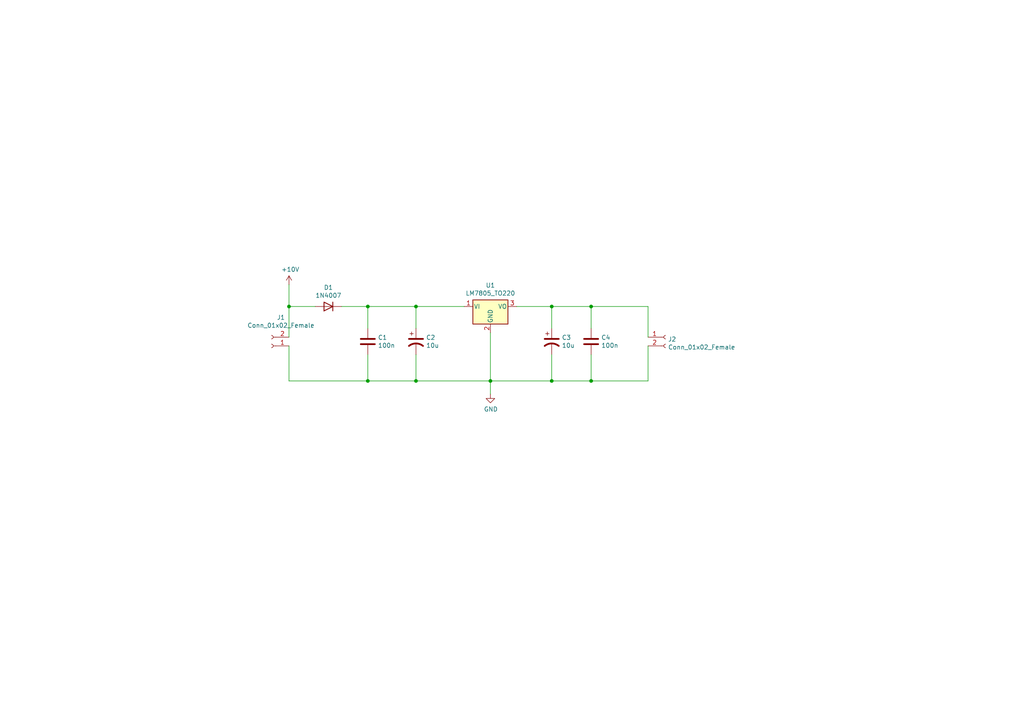
<source format=kicad_sch>
(kicad_sch (version 20211123) (generator eeschema)
  (paper "A4")
  (title_block (title "Alimentatore_7805_Prati") (date "2021-11-16") (company "Lucas Prati 4^A EN"))
  (lib_symbols
    (symbol "Alimentatore_7805_Prati-rescue:CP1-Device" (pin_numbers hide) (pin_names (offset 0.254) hide)
      (property "Reference" "C" (at 0.635 2.54 0))
      (property "Value" "CP1-Device" (at 0.635 -2.54 0))
      (symbol "CP1-Device_0_1"
        (polyline (pts (xy -2.032 0.762) (xy 2.032 0.762)) (stroke (width 0.508)))
        (polyline (pts (xy -1.778 2.286) (xy -0.762 2.286)))
        (polyline (pts (xy -1.27 1.778) (xy -1.27 2.794)))
        (arc (start 2.032 -1.27) (mid 0 -0.5572) (end -2.032 -1.27) (stroke (width 0.508)))
      )
      (symbol "CP1-Device_1_1"
        (pin passive line (at 0 3.81 270) (length 2.794) (name "~") (number "1"))
        (pin passive line (at 0 -3.81 90) (length 3.302) (name "~") (number "2"))
      )
    )
    (symbol "Connector:Conn_01x02_Female" (pin_names (offset 1.016) hide)
      (property "Reference" "J" (at 0 2.54 0))
      (property "Value" "Conn_01x02_Female" (at 0 -5.08 0))
      (symbol "Conn_01x02_Female_1_1"
        (arc (start 0 -2.032) (mid -0.508 -2.54) (end 0 -3.048) (stroke (width 0.1524)))
        (polyline (pts (xy -1.27 -2.54) (xy -0.508 -2.54)) (stroke (width 0.1524)))
        (polyline (pts (xy -1.27 0) (xy -0.508 0)) (stroke (width 0.1524)))
        (arc (start 0 0.508) (mid -0.508 0) (end 0 -0.508) (stroke (width 0.1524)))
        (pin passive line (at -5.08 0 0) (length 3.81) (name "Pin_1") (number "1"))
        (pin passive line (at -5.08 -2.54 0) (length 3.81) (name "Pin_2") (number "2"))
      )
    )
    (symbol "Device:C" (pin_numbers hide) (pin_names (offset 0.254))
      (property "Reference" "C" (at 0.635 2.54 0))
      (property "Value" "C" (at 0.635 -2.54 0))
      (symbol "C_0_1"
        (polyline (pts (xy -2.032 -0.762) (xy 2.032 -0.762)) (stroke (width 0.508)))
        (polyline (pts (xy -2.032 0.762) (xy 2.032 0.762)) (stroke (width 0.508)))
      )
      (symbol "C_1_1"
        (pin passive line (at 0 3.81 270) (length 2.794) (name "~") (number "1"))
        (pin passive line (at 0 -3.81 90) (length 2.794) (name "~") (number "2"))
      )
    )
    (symbol "Diode:1N4007" (pin_numbers hide) (pin_names hide)
      (property "Reference" "D" (at 0 2.54 0))
      (property "Value" "1N4007" (at 0 -2.54 0))
      (symbol "1N4007_0_1"
        (polyline (pts (xy -1.27 1.27) (xy -1.27 -1.27)) (stroke (width 0.254)))
        (polyline (pts (xy 1.27 0) (xy -1.27 0)))
        (polyline (pts (xy 1.27 1.27) (xy 1.27 -1.27) (xy -1.27 0) (xy 1.27 1.27)) (stroke (width 0.254)))
      )
      (symbol "1N4007_1_1"
        (pin passive line (at -3.81 0 0) (length 2.54) (name "K") (number "1"))
        (pin passive line (at 3.81 0 180) (length 2.54) (name "A") (number "2"))
      )
    )
    (symbol "Regulator_Linear:LM7805_TO220" (pin_names (offset 0.254))
      (property "Reference" "U" (at -3.81 3.175 0))
      (property "Value" "LM7805_TO220" (at 0 3.175 0))
      (symbol "LM7805_TO220_0_1"
        (rectangle (start -5.08 1.905) (end 5.08 -5.08) (stroke (width 0.254)) (fill (type background)))
      )
      (symbol "LM7805_TO220_1_1"
        (pin power_in line (at -7.62 0 0) (length 2.54) (name "VI") (number "1"))
        (pin power_in line (at 0 -7.62 90) (length 2.54) (name "GND") (number "2"))
        (pin power_out line (at 7.62 0 180) (length 2.54) (name "VO") (number "3"))
      )
    )
    (symbol "power:+10V" (power) (pin_names (offset 0))
      (property "Value" "+10V" (at 0 3.556 0))
      (symbol "+10V_0_1"
        (polyline (pts (xy -0.762 1.27) (xy 0 2.54)))
        (polyline (pts (xy 0 0) (xy 0 2.54)))
        (polyline (pts (xy 0 2.54) (xy 0.762 1.27)))
      )
      (symbol "+10V_1_1"
        (pin power_in line (at 0 0 90) (length 0) hide (name "+10V") (number "1"))
      )
    )
    (symbol "power:GND" (power) (pin_names (offset 0))
      (property "Value" "GND" (at 0 -3.81 0))
      (symbol "GND_0_1"
        (polyline (pts (xy 0 0) (xy 0 -1.27) (xy 1.27 -1.27) (xy 0 -2.54) (xy -1.27 -1.27) (xy 0 -1.27)))
      )
      (symbol "GND_1_1"
        (pin power_in line (at 0 0 270) (length 0) hide (name "GND") (number "1"))
      )
    )
  )
  (junction (at 106.68 110.49))
  (junction (at 106.68 88.9))
  (junction (at 160.02 88.9))
  (junction (at 160.02 110.49))
  (junction (at 142.24 110.49))
  (junction (at 171.45 88.9))
  (junction (at 120.65 88.9))
  (junction (at 171.45 110.49))
  (junction (at 83.82 88.9))
  (junction (at 120.65 110.49))
  (wire (pts (xy 83.82 110.49) (xy 106.68 110.49)))
  (wire (pts (xy 106.68 110.49) (xy 120.65 110.49)))
  (wire (pts (xy 171.45 110.49) (xy 171.45 102.87)))
  (wire (pts (xy 160.02 95.25) (xy 160.02 88.9)))
  (wire (pts (xy 171.45 88.9) (xy 187.96 88.9)))
  (wire (pts (xy 106.68 88.9) (xy 120.65 88.9)))
  (wire (pts (xy 99.06 88.9) (xy 106.68 88.9)))
  (wire (pts (xy 106.68 102.87) (xy 106.68 110.49)))
  (wire (pts (xy 171.45 88.9) (xy 171.45 95.25)))
  (wire (pts (xy 120.65 102.87) (xy 120.65 110.49)))
  (wire (pts (xy 160.02 102.87) (xy 160.02 110.49)))
  (wire (pts (xy 83.82 100.33) (xy 83.82 110.49)))
  (wire (pts (xy 83.82 88.9) (xy 83.82 97.79)))
  (wire (pts (xy 83.82 88.9) (xy 91.44 88.9)))
  (wire (pts (xy 187.96 100.33) (xy 187.96 110.49)))
  (wire (pts (xy 160.02 110.49) (xy 142.24 110.49)))
  (wire (pts (xy 187.96 88.9) (xy 187.96 97.79)))
  (wire (pts (xy 160.02 88.9) (xy 149.86 88.9)))
  (wire (pts (xy 120.65 88.9) (xy 120.65 95.25)))
  (wire (pts (xy 142.24 114.3) (xy 142.24 110.49)))
  (wire (pts (xy 83.82 82.55) (xy 83.82 88.9)))
  (wire (pts (xy 160.02 110.49) (xy 171.45 110.49)))
  (wire (pts (xy 142.24 96.52) (xy 142.24 110.49)))
  (wire (pts (xy 160.02 88.9) (xy 171.45 88.9)))
  (wire (pts (xy 106.68 88.9) (xy 106.68 95.25)))
  (wire (pts (xy 120.65 88.9) (xy 134.62 88.9)))
  (wire (pts (xy 142.24 110.49) (xy 120.65 110.49)))
  (wire (pts (xy 187.96 110.49) (xy 171.45 110.49)))
  (symbol (lib_id "Device:C") (at 106.68 99.06 0) (unit 1)
    (property "Reference" "C1" (at 109.601 97.8916 0) (effects (justify left)))
    (property "Value" "100n" (at 109.601 100.203 0) (effects (justify left)))
    (property "Footprint" "Capacitor_THT:C_Disc_D3.8mm_W2.6mm_P2.50mm" (effects hide))
  )
  (symbol (lib_id "Alimentatore_7805_Prati-rescue:CP1-Device") (at 120.65 99.06 0) (unit 1)
    (property "Reference" "C2" (at 123.571 97.8916 0) (effects (justify left)))
    (property "Value" "10u" (at 123.571 100.203 0) (effects (justify left)))
    (property "Footprint" "Capacitor_THT:C_Radial_D6.3mm_H5.0mm_P2.50mm" (effects hide))
  )
  (symbol (lib_id "Regulator_Linear:LM7805_TO220") (at 142.24 88.9 0) (unit 1)
    (property "Reference" "U1" (at 142.24 82.7532 0))
    (property "Value" "LM7805_TO220" (at 142.24 85.0646 0))
    (property "Footprint" "Package_TO_SOT_THT:TO-220-3_Vertical" (effects hide))
    (property "Datasheet" "https://www.onsemi.cn/PowerSolutions/document/MC7800-D.PDF" (effects hide))
  )
  (symbol (lib_id "power:+10V") (at 83.82 82.55 0) (unit 1)
    (property "Reference" "#PWR01" (effects hide))
    (property "Value" "+10V" (at 84.201 78.1558 0))
  )
  (symbol (lib_id "power:GND") (at 142.24 114.3 0) (unit 1)
    (property "Reference" "#PWR02" (effects hide))
    (property "Value" "GND" (at 142.367 118.6942 0))
  )
  (symbol (lib_id "Alimentatore_7805_Prati-rescue:CP1-Device") (at 160.02 99.06 0) (unit 1)
    (property "Reference" "C3" (at 162.941 97.8916 0) (effects (justify left)))
    (property "Value" "10u" (at 162.941 100.203 0) (effects (justify left)))
    (property "Footprint" "Capacitor_THT:C_Radial_D6.3mm_H5.0mm_P2.50mm" (effects hide))
  )
  (symbol (lib_id "Device:C") (at 171.45 99.06 0) (unit 1)
    (property "Reference" "C4" (at 174.371 97.8916 0) (effects (justify left)))
    (property "Value" "100n" (at 174.371 100.203 0) (effects (justify left)))
    (property "Footprint" "Capacitor_THT:C_Disc_D3.8mm_W2.6mm_P2.50mm" (effects hide))
  )
  (symbol (lib_id "Connector:Conn_01x02_Female") (at 193.04 97.79 0) (unit 1)
    (property "Reference" "J2" (at 193.7512 98.3996 0) (effects (justify left)))
    (property "Value" "Conn_01x02_Female" (at 193.7512 100.711 0) (effects (justify left)))
    (property "Footprint" "Connector_JST:JST_NV_B02P-NV_1x02_P5.00mm_Vertical" (effects hide))
  )
  (symbol (lib_id "Connector:Conn_01x02_Female") (at 78.74 100.33 180) (unit 1)
    (property "Reference" "J1" (at 81.4832 92.075 0))
    (property "Value" "Conn_01x02_Female" (at 81.4832 94.3864 0))
    (property "Footprint" "Connector_JST:JST_NV_B02P-NV_1x02_P5.00mm_Vertical" (effects hide))
  )
  (symbol (lib_id "Diode:1N4007") (at 95.25 88.9 180) (unit 1)
    (property "Reference" "D1" (at 95.25 83.3882 0))
    (property "Value" "1N4007" (at 95.25 85.6996 0))
    (property "Footprint" "Diode_THT:D_DO-41_SOD81_P10.16mm_Horizontal" (effects hide))
    (property "Datasheet" "http://www.vishay.com/docs/88503/1n4001.pdf" (effects hide))
  )
)
</source>
